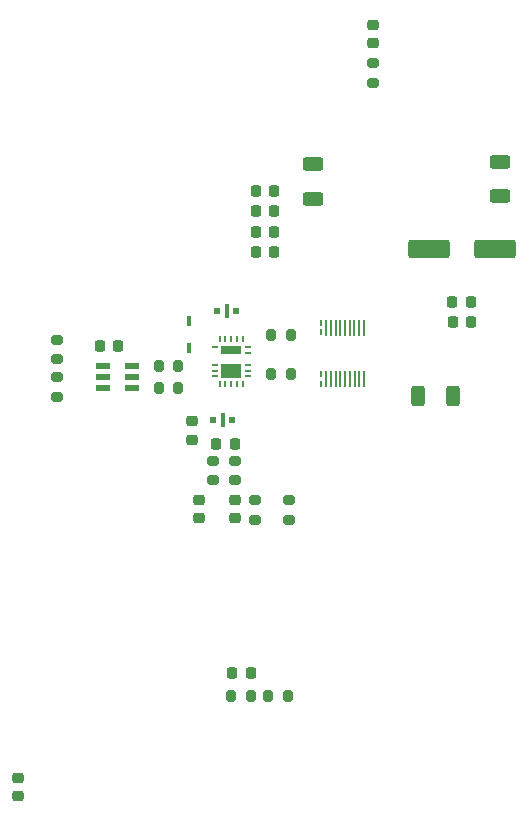
<source format=gbr>
%TF.GenerationSoftware,KiCad,Pcbnew,8.0.9-8.0.9-0~ubuntu22.04.1*%
%TF.CreationDate,2025-04-21T19:03:48+05:30*%
%TF.ProjectId,Variable Buck Converter,56617269-6162-46c6-9520-4275636b2043,rev?*%
%TF.SameCoordinates,Original*%
%TF.FileFunction,Paste,Top*%
%TF.FilePolarity,Positive*%
%FSLAX46Y46*%
G04 Gerber Fmt 4.6, Leading zero omitted, Abs format (unit mm)*
G04 Created by KiCad (PCBNEW 8.0.9-8.0.9-0~ubuntu22.04.1) date 2025-04-21 19:03:48*
%MOMM*%
%LPD*%
G01*
G04 APERTURE LIST*
G04 Aperture macros list*
%AMRoundRect*
0 Rectangle with rounded corners*
0 $1 Rounding radius*
0 $2 $3 $4 $5 $6 $7 $8 $9 X,Y pos of 4 corners*
0 Add a 4 corners polygon primitive as box body*
4,1,4,$2,$3,$4,$5,$6,$7,$8,$9,$2,$3,0*
0 Add four circle primitives for the rounded corners*
1,1,$1+$1,$2,$3*
1,1,$1+$1,$4,$5*
1,1,$1+$1,$6,$7*
1,1,$1+$1,$8,$9*
0 Add four rect primitives between the rounded corners*
20,1,$1+$1,$2,$3,$4,$5,0*
20,1,$1+$1,$4,$5,$6,$7,0*
20,1,$1+$1,$6,$7,$8,$9,0*
20,1,$1+$1,$8,$9,$2,$3,0*%
G04 Aperture macros list end*
%ADD10RoundRect,0.200000X-0.200000X-0.275000X0.200000X-0.275000X0.200000X0.275000X-0.200000X0.275000X0*%
%ADD11RoundRect,0.200000X-0.275000X0.200000X-0.275000X-0.200000X0.275000X-0.200000X0.275000X0.200000X0*%
%ADD12RoundRect,0.218750X0.256250X-0.218750X0.256250X0.218750X-0.256250X0.218750X-0.256250X-0.218750X0*%
%ADD13RoundRect,0.225000X0.225000X0.250000X-0.225000X0.250000X-0.225000X-0.250000X0.225000X-0.250000X0*%
%ADD14R,0.600000X0.600000*%
%ADD15R,0.400000X1.200000*%
%ADD16O,0.180000X0.560000*%
%ADD17O,0.180000X1.362000*%
%ADD18RoundRect,0.200000X0.200000X0.275000X-0.200000X0.275000X-0.200000X-0.275000X0.200000X-0.275000X0*%
%ADD19RoundRect,0.225000X-0.250000X0.225000X-0.250000X-0.225000X0.250000X-0.225000X0.250000X0.225000X0*%
%ADD20RoundRect,0.250000X1.500000X0.550000X-1.500000X0.550000X-1.500000X-0.550000X1.500000X-0.550000X0*%
%ADD21RoundRect,0.200000X0.275000X-0.200000X0.275000X0.200000X-0.275000X0.200000X-0.275000X-0.200000X0*%
%ADD22RoundRect,0.225000X0.250000X-0.225000X0.250000X0.225000X-0.250000X0.225000X-0.250000X-0.225000X0*%
%ADD23R,0.250000X0.600000*%
%ADD24R,0.600000X0.250000*%
%ADD25R,1.700000X1.200000*%
%ADD26R,1.700000X0.750000*%
%ADD27R,1.200000X0.600000*%
%ADD28RoundRect,0.250000X0.625000X-0.312500X0.625000X0.312500X-0.625000X0.312500X-0.625000X-0.312500X0*%
%ADD29RoundRect,0.250000X-0.312500X-0.625000X0.312500X-0.625000X0.312500X0.625000X-0.312500X0.625000X0*%
%ADD30RoundRect,0.218750X-0.256250X0.218750X-0.256250X-0.218750X0.256250X-0.218750X0.256250X0.218750X0*%
%ADD31R,0.460000X0.840000*%
G04 APERTURE END LIST*
D10*
%TO.C,R5*%
X98265000Y-95360000D03*
X99915000Y-95360000D03*
%TD*%
D11*
%TO.C,R10*%
X106400000Y-106760000D03*
X106400000Y-108410000D03*
%TD*%
%TO.C,R7*%
X104680000Y-103407500D03*
X104680000Y-105057500D03*
%TD*%
D12*
%TO.C,D2*%
X104680000Y-108290000D03*
X104680000Y-106715000D03*
%TD*%
D13*
%TO.C,C12*%
X108015000Y-80576668D03*
X106465000Y-80576668D03*
%TD*%
D14*
%TO.C,C4*%
X103210000Y-90730000D03*
D15*
X104010000Y-90730000D03*
D14*
X104810000Y-90730000D03*
%TD*%
D13*
%TO.C,C13*%
X108015000Y-82303334D03*
X106465000Y-82303334D03*
%TD*%
%TO.C,C2*%
X106045000Y-121400000D03*
X104495000Y-121400000D03*
%TD*%
D16*
%TO.C,Q2*%
X112040000Y-96079000D03*
X112040000Y-96881000D03*
D17*
X112440000Y-96480000D03*
X112840000Y-96480000D03*
X113240000Y-96480000D03*
X113640000Y-96480000D03*
X114040000Y-96480000D03*
X114440000Y-96480000D03*
X114840000Y-96480000D03*
X115240000Y-96480000D03*
X115640000Y-96480000D03*
%TD*%
D18*
%TO.C,R12*%
X109440000Y-96080000D03*
X107790000Y-96080000D03*
%TD*%
D13*
%TO.C,C9*%
X108015000Y-85756668D03*
X106465000Y-85756668D03*
%TD*%
D19*
%TO.C,C5*%
X101100000Y-100075000D03*
X101100000Y-101625000D03*
%TD*%
D20*
%TO.C,C14*%
X126700000Y-85510000D03*
X121100000Y-85510000D03*
%TD*%
D21*
%TO.C,R15*%
X116370000Y-71435000D03*
X116370000Y-69785000D03*
%TD*%
D13*
%TO.C,C6*%
X104695000Y-101970000D03*
X103145000Y-101970000D03*
%TD*%
D22*
%TO.C,C1*%
X86360000Y-131815000D03*
X86360000Y-130265000D03*
%TD*%
D23*
%TO.C,IC2*%
X103410000Y-96930000D03*
X103910000Y-96930000D03*
X104410000Y-96930000D03*
X104910000Y-96930000D03*
X105410000Y-96930000D03*
D24*
X105810000Y-96280000D03*
X105810000Y-95780000D03*
X105810000Y-95280000D03*
X105810000Y-94280000D03*
X105810000Y-93780000D03*
D23*
X105410000Y-93130000D03*
X104910000Y-93130000D03*
X104410000Y-93130000D03*
X103910000Y-93130000D03*
X103410000Y-93130000D03*
D24*
X103010000Y-93780000D03*
X103010000Y-95280000D03*
X103010000Y-95780000D03*
X103010000Y-96280000D03*
D25*
X104410000Y-95780000D03*
D26*
X104410000Y-94055000D03*
%TD*%
D16*
%TO.C,Q1*%
X112030000Y-91750000D03*
X112030000Y-92552000D03*
D17*
X112430000Y-92151000D03*
X112830000Y-92151000D03*
X113230000Y-92151000D03*
X113630000Y-92151000D03*
X114030000Y-92151000D03*
X114430000Y-92151000D03*
X114830000Y-92151000D03*
X115230000Y-92151000D03*
X115630000Y-92151000D03*
%TD*%
D27*
%TO.C,IC1*%
X93530000Y-95360000D03*
X93530000Y-96310000D03*
X93530000Y-97260000D03*
X96030000Y-97260000D03*
X96030000Y-96310000D03*
X96030000Y-95360000D03*
%TD*%
D11*
%TO.C,R8*%
X102870000Y-103410000D03*
X102870000Y-105060000D03*
%TD*%
D13*
%TO.C,C11*%
X124685000Y-91700000D03*
X123135000Y-91700000D03*
%TD*%
D18*
%TO.C,R2*%
X106070000Y-123310000D03*
X104420000Y-123310000D03*
%TD*%
D28*
%TO.C,R14*%
X127170000Y-81042500D03*
X127170000Y-78117500D03*
%TD*%
D13*
%TO.C,C10*%
X108015000Y-84030000D03*
X106465000Y-84030000D03*
%TD*%
D21*
%TO.C,R4*%
X89630000Y-97985000D03*
X89630000Y-96335000D03*
%TD*%
D11*
%TO.C,R9*%
X109290000Y-106755000D03*
X109290000Y-108405000D03*
%TD*%
D13*
%TO.C,C3*%
X94795000Y-93680000D03*
X93245000Y-93680000D03*
%TD*%
D14*
%TO.C,C7*%
X104470000Y-99940000D03*
D15*
X103670000Y-99940000D03*
D14*
X102870000Y-99940000D03*
%TD*%
D28*
%TO.C,R13*%
X111360000Y-81255000D03*
X111360000Y-78330000D03*
%TD*%
D18*
%TO.C,R1*%
X109190000Y-123300000D03*
X107540000Y-123300000D03*
%TD*%
D11*
%TO.C,R3*%
X89630000Y-93165000D03*
X89630000Y-94815000D03*
%TD*%
D18*
%TO.C,R11*%
X109430000Y-92780000D03*
X107780000Y-92780000D03*
%TD*%
D29*
%TO.C,R16*%
X120237500Y-97940000D03*
X123162500Y-97940000D03*
%TD*%
D30*
%TO.C,D4*%
X116360000Y-66492500D03*
X116360000Y-68067500D03*
%TD*%
D31*
%TO.C,D1*%
X100800000Y-91610000D03*
X100800000Y-93910000D03*
%TD*%
D18*
%TO.C,R6*%
X99915000Y-97270000D03*
X98265000Y-97270000D03*
%TD*%
D13*
%TO.C,C8*%
X124675000Y-89990000D03*
X123125000Y-89990000D03*
%TD*%
D12*
%TO.C,D3*%
X101650000Y-108287500D03*
X101650000Y-106712500D03*
%TD*%
M02*

</source>
